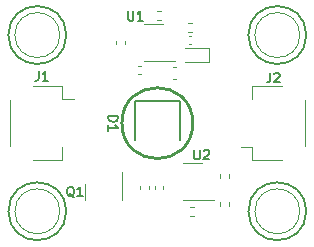
<source format=gto>
%TF.GenerationSoftware,KiCad,Pcbnew,9.0.4-9.0.4-0~ubuntu22.04.1*%
%TF.CreationDate,2026-02-19T12:30:54-08:00*%
%TF.ProjectId,SMD1414_16mA,534d4431-3431-4345-9f31-366d412e6b69,rev?*%
%TF.SameCoordinates,Original*%
%TF.FileFunction,Legend,Top*%
%TF.FilePolarity,Positive*%
%FSLAX46Y46*%
G04 Gerber Fmt 4.6, Leading zero omitted, Abs format (unit mm)*
G04 Created by KiCad (PCBNEW 9.0.4-9.0.4-0~ubuntu22.04.1) date 2026-02-19 12:30:54*
%MOMM*%
%LPD*%
G01*
G04 APERTURE LIST*
%ADD10C,0.250000*%
%ADD11C,0.150000*%
%ADD12C,0.050000*%
%ADD13C,0.200000*%
%ADD14C,0.120000*%
G04 APERTURE END LIST*
D10*
X65700000Y-60000000D02*
G75*
G02*
X59700000Y-60000000I-3000000J0D01*
G01*
X59700000Y-60000000D02*
G75*
G02*
X65700000Y-60000000I3000000J0D01*
G01*
D11*
X58565704Y-59404324D02*
X59365704Y-59404324D01*
X59365704Y-59404324D02*
X59365704Y-59594800D01*
X59365704Y-59594800D02*
X59327609Y-59709086D01*
X59327609Y-59709086D02*
X59251419Y-59785276D01*
X59251419Y-59785276D02*
X59175228Y-59823371D01*
X59175228Y-59823371D02*
X59022847Y-59861467D01*
X59022847Y-59861467D02*
X58908561Y-59861467D01*
X58908561Y-59861467D02*
X58756180Y-59823371D01*
X58756180Y-59823371D02*
X58679990Y-59785276D01*
X58679990Y-59785276D02*
X58603800Y-59709086D01*
X58603800Y-59709086D02*
X58565704Y-59594800D01*
X58565704Y-59594800D02*
X58565704Y-59404324D01*
X58565704Y-60623371D02*
X58565704Y-60166228D01*
X58565704Y-60394800D02*
X59365704Y-60394800D01*
X59365704Y-60394800D02*
X59251419Y-60318609D01*
X59251419Y-60318609D02*
X59175228Y-60242419D01*
X59175228Y-60242419D02*
X59137133Y-60166228D01*
X52643133Y-55620095D02*
X52643133Y-56191523D01*
X52643133Y-56191523D02*
X52605038Y-56305809D01*
X52605038Y-56305809D02*
X52528847Y-56382000D01*
X52528847Y-56382000D02*
X52414562Y-56420095D01*
X52414562Y-56420095D02*
X52338371Y-56420095D01*
X53443133Y-56420095D02*
X52985990Y-56420095D01*
X53214562Y-56420095D02*
X53214562Y-55620095D01*
X53214562Y-55620095D02*
X53138371Y-55734380D01*
X53138371Y-55734380D02*
X53062181Y-55810571D01*
X53062181Y-55810571D02*
X52985990Y-55848666D01*
X72274133Y-55747095D02*
X72274133Y-56318523D01*
X72274133Y-56318523D02*
X72236038Y-56432809D01*
X72236038Y-56432809D02*
X72159847Y-56509000D01*
X72159847Y-56509000D02*
X72045562Y-56547095D01*
X72045562Y-56547095D02*
X71969371Y-56547095D01*
X72616990Y-55823285D02*
X72655086Y-55785190D01*
X72655086Y-55785190D02*
X72731276Y-55747095D01*
X72731276Y-55747095D02*
X72921752Y-55747095D01*
X72921752Y-55747095D02*
X72997943Y-55785190D01*
X72997943Y-55785190D02*
X73036038Y-55823285D01*
X73036038Y-55823285D02*
X73074133Y-55899476D01*
X73074133Y-55899476D02*
X73074133Y-55975666D01*
X73074133Y-55975666D02*
X73036038Y-56089952D01*
X73036038Y-56089952D02*
X72578895Y-56547095D01*
X72578895Y-56547095D02*
X73074133Y-56547095D01*
X65836876Y-62274895D02*
X65836876Y-62922514D01*
X65836876Y-62922514D02*
X65874971Y-62998704D01*
X65874971Y-62998704D02*
X65913066Y-63036800D01*
X65913066Y-63036800D02*
X65989257Y-63074895D01*
X65989257Y-63074895D02*
X66141638Y-63074895D01*
X66141638Y-63074895D02*
X66217828Y-63036800D01*
X66217828Y-63036800D02*
X66255923Y-62998704D01*
X66255923Y-62998704D02*
X66294019Y-62922514D01*
X66294019Y-62922514D02*
X66294019Y-62274895D01*
X66636875Y-62351085D02*
X66674971Y-62312990D01*
X66674971Y-62312990D02*
X66751161Y-62274895D01*
X66751161Y-62274895D02*
X66941637Y-62274895D01*
X66941637Y-62274895D02*
X67017828Y-62312990D01*
X67017828Y-62312990D02*
X67055923Y-62351085D01*
X67055923Y-62351085D02*
X67094018Y-62427276D01*
X67094018Y-62427276D02*
X67094018Y-62503466D01*
X67094018Y-62503466D02*
X67055923Y-62617752D01*
X67055923Y-62617752D02*
X66598780Y-63074895D01*
X66598780Y-63074895D02*
X67094018Y-63074895D01*
X55654609Y-66260485D02*
X55578419Y-66222390D01*
X55578419Y-66222390D02*
X55502228Y-66146200D01*
X55502228Y-66146200D02*
X55387942Y-66031914D01*
X55387942Y-66031914D02*
X55311752Y-65993819D01*
X55311752Y-65993819D02*
X55235561Y-65993819D01*
X55273657Y-66184295D02*
X55197466Y-66146200D01*
X55197466Y-66146200D02*
X55121276Y-66070009D01*
X55121276Y-66070009D02*
X55083180Y-65917628D01*
X55083180Y-65917628D02*
X55083180Y-65650961D01*
X55083180Y-65650961D02*
X55121276Y-65498580D01*
X55121276Y-65498580D02*
X55197466Y-65422390D01*
X55197466Y-65422390D02*
X55273657Y-65384295D01*
X55273657Y-65384295D02*
X55426038Y-65384295D01*
X55426038Y-65384295D02*
X55502228Y-65422390D01*
X55502228Y-65422390D02*
X55578419Y-65498580D01*
X55578419Y-65498580D02*
X55616514Y-65650961D01*
X55616514Y-65650961D02*
X55616514Y-65917628D01*
X55616514Y-65917628D02*
X55578419Y-66070009D01*
X55578419Y-66070009D02*
X55502228Y-66146200D01*
X55502228Y-66146200D02*
X55426038Y-66184295D01*
X55426038Y-66184295D02*
X55273657Y-66184295D01*
X56378418Y-66184295D02*
X55921275Y-66184295D01*
X56149847Y-66184295D02*
X56149847Y-65384295D01*
X56149847Y-65384295D02*
X56073656Y-65498580D01*
X56073656Y-65498580D02*
X55997466Y-65574771D01*
X55997466Y-65574771D02*
X55921275Y-65612866D01*
X60223476Y-50514695D02*
X60223476Y-51162314D01*
X60223476Y-51162314D02*
X60261571Y-51238504D01*
X60261571Y-51238504D02*
X60299666Y-51276600D01*
X60299666Y-51276600D02*
X60375857Y-51314695D01*
X60375857Y-51314695D02*
X60528238Y-51314695D01*
X60528238Y-51314695D02*
X60604428Y-51276600D01*
X60604428Y-51276600D02*
X60642523Y-51238504D01*
X60642523Y-51238504D02*
X60680619Y-51162314D01*
X60680619Y-51162314D02*
X60680619Y-50514695D01*
X61480618Y-51314695D02*
X61023475Y-51314695D01*
X61252047Y-51314695D02*
X61252047Y-50514695D01*
X61252047Y-50514695D02*
X61175856Y-50628980D01*
X61175856Y-50628980D02*
X61099666Y-50705171D01*
X61099666Y-50705171D02*
X61023475Y-50743266D01*
D12*
%TO.C,M1*%
X54440000Y-52540000D02*
G75*
G02*
X50640000Y-52540000I-1900000J0D01*
G01*
X50640000Y-52540000D02*
G75*
G02*
X54440000Y-52540000I1900000J0D01*
G01*
D11*
X54990000Y-52540000D02*
G75*
G02*
X50090000Y-52540000I-2450000J0D01*
G01*
X50090000Y-52540000D02*
G75*
G02*
X54990000Y-52540000I2450000J0D01*
G01*
D12*
%TO.C,M2*%
X74760000Y-52540000D02*
G75*
G02*
X70960000Y-52540000I-1900000J0D01*
G01*
X70960000Y-52540000D02*
G75*
G02*
X74760000Y-52540000I1900000J0D01*
G01*
D11*
X75310000Y-52540000D02*
G75*
G02*
X70410000Y-52540000I-2450000J0D01*
G01*
X70410000Y-52540000D02*
G75*
G02*
X75310000Y-52540000I2450000J0D01*
G01*
D12*
%TO.C,M3*%
X74760000Y-67460000D02*
G75*
G02*
X70960000Y-67460000I-1900000J0D01*
G01*
X70960000Y-67460000D02*
G75*
G02*
X74760000Y-67460000I1900000J0D01*
G01*
D11*
X75310000Y-67460000D02*
G75*
G02*
X70410000Y-67460000I-2450000J0D01*
G01*
X70410000Y-67460000D02*
G75*
G02*
X75310000Y-67460000I2450000J0D01*
G01*
D12*
%TO.C,M4*%
X54440000Y-67460000D02*
G75*
G02*
X50640000Y-67460000I-1900000J0D01*
G01*
X50640000Y-67460000D02*
G75*
G02*
X54440000Y-67460000I1900000J0D01*
G01*
D11*
X54990000Y-67460000D02*
G75*
G02*
X50090000Y-67460000I-2450000J0D01*
G01*
X50090000Y-67460000D02*
G75*
G02*
X54990000Y-67460000I2450000J0D01*
G01*
D13*
%TO.C,D1*%
X64600000Y-58100000D02*
X60800000Y-58100000D01*
X64600000Y-58100000D02*
X64600000Y-61425000D01*
X60800000Y-58100000D02*
X60800000Y-61425000D01*
D14*
%TO.C,J1*%
X54665000Y-56890000D02*
X54665000Y-57940000D01*
X52165000Y-56890000D02*
X54665000Y-56890000D01*
X54665000Y-57940000D02*
X55655000Y-57940000D01*
X50195000Y-58060000D02*
X50195000Y-61940000D01*
X54665000Y-63110000D02*
X54665000Y-62060000D01*
X52165000Y-63110000D02*
X54665000Y-63110000D01*
%TO.C,J2*%
X70735000Y-63110000D02*
X70735000Y-62060000D01*
X73235000Y-63110000D02*
X70735000Y-63110000D01*
X70735000Y-62060000D02*
X69745000Y-62060000D01*
X75205000Y-61940000D02*
X75205000Y-58060000D01*
X70735000Y-56890000D02*
X70735000Y-57940000D01*
X73235000Y-56890000D02*
X70735000Y-56890000D01*
%TO.C,R1*%
X68807600Y-64338959D02*
X68807600Y-64646241D01*
X68047600Y-64338959D02*
X68047600Y-64646241D01*
%TO.C,R6*%
X62993241Y-51256200D02*
X62685959Y-51256200D01*
X62993241Y-50496200D02*
X62685959Y-50496200D01*
%TO.C,R4*%
X59183000Y-53317841D02*
X59183000Y-53010559D01*
X59943000Y-53317841D02*
X59943000Y-53010559D01*
%TO.C,U2*%
X65657700Y-66491000D02*
X67457700Y-66491000D01*
X65657700Y-66491000D02*
X64857700Y-66491000D01*
X65657700Y-63371000D02*
X66457700Y-63371000D01*
X65657700Y-63371000D02*
X64857700Y-63371000D01*
%TO.C,C3*%
X62485200Y-65563836D02*
X62485200Y-65348164D01*
X63205200Y-65563836D02*
X63205200Y-65348164D01*
%TO.C,R3*%
X68047600Y-67004441D02*
X68047600Y-66697159D01*
X68807600Y-67004441D02*
X68807600Y-66697159D01*
%TO.C,L1*%
X63997621Y-55243000D02*
X64323179Y-55243000D01*
X63997621Y-56263000D02*
X64323179Y-56263000D01*
%TO.C,R2*%
X65506559Y-67101000D02*
X65813841Y-67101000D01*
X65506559Y-67861000D02*
X65813841Y-67861000D01*
%TO.C,C1*%
X61299036Y-55859000D02*
X61083364Y-55859000D01*
X61299036Y-55139000D02*
X61083364Y-55139000D01*
%TO.C,C4*%
X61260200Y-65568836D02*
X61260200Y-65353164D01*
X61980200Y-65568836D02*
X61980200Y-65353164D01*
%TO.C,C2*%
X65342164Y-52604800D02*
X65557836Y-52604800D01*
X65342164Y-53324800D02*
X65557836Y-53324800D01*
%TO.C,Q1*%
X59715800Y-65834500D02*
X59715800Y-64159500D01*
X59715800Y-65834500D02*
X59715800Y-66484500D01*
X56595800Y-65834500D02*
X56595800Y-65184500D01*
X56595800Y-65834500D02*
X56595800Y-66484500D01*
%TO.C,D2*%
X67035000Y-54825000D02*
X67035000Y-53625000D01*
X65075000Y-54825000D02*
X67035000Y-54825000D01*
X65075000Y-53625000D02*
X67035000Y-53625000D01*
%TO.C,R5*%
X65613841Y-52278000D02*
X65306559Y-52278000D01*
X65613841Y-51518000D02*
X65306559Y-51518000D01*
%TO.C,U1*%
X62356500Y-54757800D02*
X64156500Y-54757800D01*
X62356500Y-54757800D02*
X61556500Y-54757800D01*
X62356500Y-51637800D02*
X63156500Y-51637800D01*
X62356500Y-51637800D02*
X61556500Y-51637800D01*
%TD*%
M02*

</source>
